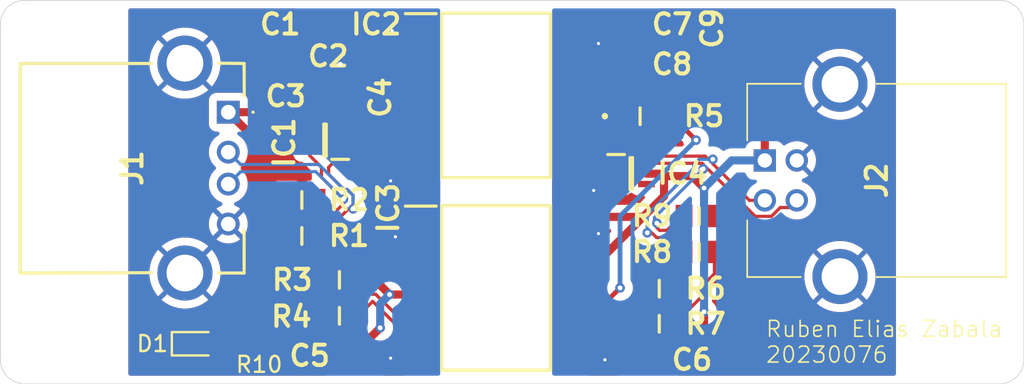
<source format=kicad_pcb>
(kicad_pcb (version 20241229) (generator "pcbnew") (generator_version "9.0")
  (layers (0 "F.Cu" signal) (2 "B.Cu" signal) (13 "F.Paste" user) (15 "B.Paste" user) (5 "F.SilkS" user "F.Silkscreen") (7 "B.SilkS" user "B.Silkscreen") (1 "F.Mask" user) (3 "B.Mask" user) (25 "Edge.Cuts" user))
  (net 0 "")
  (net 1 "VISO")
  (net 2 "GND_A")
  (net 3 "GND_B")
  (net 4 "+5V")
  (net 5 "Net-(IC3-PIN)")
  (net 6 "/USB_+_11")
  (net 7 "/USB_+_21")
  (net 8 "/USB_-_21")
  (net 9 "/USB_-_11")
  (net 10 "/USB_-_22")
  (net 11 "/USB_+_22")
  (net 12 "/USB_-_13")
  (net 13 "/USB_-_12")
  (net 14 "/USB_+_12")
  (net 15 "Net-(D1-Pad2)")
  (net 16 "/USB_+_13")
  (net 17 "/USB_+_23")
  (net 18 "/USB_-_23")
  (footprint "SamacSys_Parts:RESC2012X70N" (layer "F.Cu") (at 108.4 95.23 180)
    (property "Reference" "R9" (at 2.95 0 0) (layer "F.SilkS") (effects (font (size 1.27 1.27) (thickness 0.254))))
    (property "Value" "ERJ-6GEY0R00V" (hide yes))
    (fp_line (start 0 -0.525) (end 0 0.525) (stroke (width 0.2)) (layer "F.SilkS") (net 1465662019))
    (pad "1" smd rect (at -0.95 0 180) (size 1.05 1.4) (layers "F.Cu" "F.Mask" "F.Paste") (net 11 "/USB_+_22"))
    (pad "2" smd rect (at 0.95 0 180) (size 1.05 1.4) (layers "F.Cu" "F.Mask" "F.Paste") (net 7 "/USB_+_21"))
  )
  (footprint "SamacSys_Parts:CAPC2012X145N" (layer "F.Cu") (at 88.45 90.81 -90)
    (property "Reference" "C4" (at -3 0 90) (layer "F.SilkS") (effects (font (size 1.27 1.27) (thickness 0.254))))
    (property "Value" "GRM21BR71H104KA01L" (hide yes))
    (pad "1" smd rect (at -0.83 0 270) (size 0.97 1.47) (layers "F.Cu" "F.Mask" "F.Paste") (net 4 "+5V"))
    (pad "2" smd rect (at 0.83 0 270) (size 0.97 1.47) (layers "F.Cu" "F.Mask" "F.Paste") (net 2 "GND_A"))
  )
  (footprint "SamacSys_Parts:CAPC2012X145N" (layer "F.Cu") (at 105.2 104.23 180)
    (property "Reference" "C6" (at -2.75 0 0) (layer "F.SilkS") (effects (font (size 1.27 1.27) (thickness 0.254))))
    (property "Value" "GRM21BR71H104KA01L" (hide yes))
    (pad "1" smd rect (at -0.83 0 180) (size 0.97 1.47) (layers "F.Cu" "F.Mask" "F.Paste") (net 1 "VISO"))
    (pad "2" smd rect (at 0.83 0 180) (size 0.97 1.47) (layers "F.Cu" "F.Mask" "F.Paste") (net 3 "GND_B"))
  )
  (footprint "SamacSys_Parts:RESC2012X60N" (layer "F.Cu") (at 85.9 101.48)
    (property "Reference" "R4" (at -3 0.05 0) (layer "F.SilkS") (effects (font (size 1.27 1.27) (thickness 0.254))))
    (property "Value" "RT0805FRE0724RL" (hide yes))
    (fp_line (start 0 -0.525) (end 0 0.525) (stroke (width 0.2)) (layer "F.SilkS") (net 1465662019))
    (pad "1" smd rect (at -0.95 0) (size 0.95 1.4) (layers "F.Cu" "F.Mask" "F.Paste") (net 14 "/USB_+_12"))
    (pad "2" smd rect (at 0.95 0) (size 0.95 1.4) (layers "F.Cu" "F.Mask" "F.Paste") (net 16 "/USB_+_13"))
  )
  (footprint "SamacSys_Parts:RESC2012X60N" (layer "F.Cu") (at 105.9 101.98)
    (property "Reference" "R7" (at 2.9 0 0) (layer "F.SilkS") (effects (font (size 1.27 1.27) (thickness 0.254))))
    (property "Value" "RT0805FRE0724RL" (hide yes))
    (fp_line (start 0 -0.525) (end 0 0.525) (stroke (width 0.2)) (layer "F.SilkS") (net 1465662019))
    (pad "1" smd rect (at -0.95 0) (size 0.95 1.4) (layers "F.Cu" "F.Mask" "F.Paste") (net 17 "/USB_+_23"))
    (pad "2" smd rect (at 0.95 0) (size 0.95 1.4) (layers "F.Cu" "F.Mask" "F.Paste") (net 11 "/USB_+_22"))
  )
  (footprint "SamacSys_Parts:CAPC2012X145N" (layer "F.Cu") (at 85.37 87.73 180)
    (property "Reference" "C3" (at 2.83 0 0) (layer "F.SilkS") (effects (font (size 1.27 1.27) (thickness 0.254))))
    (property "Value" "GRM21BR71H104KA01L" (hide yes))
    (pad "1" smd rect (at -0.83 0 180) (size 0.97 1.47) (layers "F.Cu" "F.Mask" "F.Paste") (net 4 "+5V"))
    (pad "2" smd rect (at 0.83 0 180) (size 0.97 1.47) (layers "F.Cu" "F.Mask" "F.Paste") (net 2 "GND_A"))
  )
  (footprint "SamacSys_Parts:SOIC127P1032X265-16N" (layer "F.Cu") (at 95.7 87.68)
    (property "Reference" "IC2" (at -7.5 -4.45 0) (layer "F.SilkS") (effects (font (size 1.27 1.27) (thickness 0.254))))
    (property "Value" "ADUM5000ARWZ" (hide yes))
    (fp_line (start -5.675 -5.12) (end -3.75 -5.12) (stroke (width 0.2)) (layer "F.SilkS") (net 1465662019))
    (fp_line (start -3.4 -5.15) (end 3.4 -5.15) (stroke (width 0.2)) (layer "F.SilkS") (net 1465662019))
    (fp_line (start -3.4 5.15) (end -3.4 -5.15) (stroke (width 0.2)) (layer "F.SilkS") (net 1465662019))
    (fp_line (start 3.4 -5.15) (end 3.4 5.15) (stroke (width 0.2)) (layer "F.SilkS") (net 1465662019))
    (fp_line (start 3.4 5.15) (end -3.4 5.15) (stroke (width 0.2)) (layer "F.SilkS") (net 1465662019))
    (pad "1" smd rect (at -4.712 -4.445 90) (size 0.65 1.925) (layers "F.Cu" "F.Mask" "F.Paste") (net 4 "+5V"))
    (pad "2" smd rect (at -4.712 -3.175 90) (size 0.65 1.925) (layers "F.Cu" "F.Mask" "F.Paste") (net 2 "GND_A"))
    (pad "3" smd rect (at -4.712 -1.905 90) (size 0.65 1.925) (layers "F.Cu" "F.Mask" "F.Paste"))
    (pad "4" smd rect (at -4.712 -0.635 90) (size 0.65 1.925) (layers "F.Cu" "F.Mask" "F.Paste"))
    (pad "5" smd rect (at -4.712 0.635 90) (size 0.65 1.925) (layers "F.Cu" "F.Mask" "F.Paste"))
    (pad "6" smd rect (at -4.712 1.905 90) (size 0.65 1.925) (layers "F.Cu" "F.Mask" "F.Paste") (net 4 "+5V"))
    (pad "7" smd rect (at -4.712 3.175 90) (size 0.65 1.925) (layers "F.Cu" "F.Mask" "F.Paste") (net 4 "+5V"))
    (pad "8" smd rect (at -4.712 4.445 90) (size 0.65 1.925) (layers "F.Cu" "F.Mask" "F.Paste") (net 2 "GND_A"))
    (pad "9" smd rect (at 4.712 4.445 90) (size 0.65 1.925) (layers "F.Cu" "F.Mask" "F.Paste") (net 3 "GND_B"))
    (pad "10" smd rect (at 4.712 3.175 90) (size 0.65 1.925) (layers "F.Cu" "F.Mask" "F.Paste") (net 1 "VISO"))
    (pad "11" smd rect (at 4.712 1.905 90) (size 0.65 1.925) (layers "F.Cu" "F.Mask" "F.Paste") (net 1 "VISO"))
    (pad "12" smd rect (at 4.712 0.635 90) (size 0.65 1.925) (layers "F.Cu" "F.Mask" "F.Paste"))
    (pad "13" smd rect (at 4.712 -0.635 90) (size 0.65 1.925) (layers "F.Cu" "F.Mask" "F.Paste") (net 1 "VISO"))
    (pad "14" smd rect (at 4.712 -1.905 90) (size 0.65 1.925) (layers "F.Cu" "F.Mask" "F.Paste"))
    (pad "15" smd rect (at 4.712 -3.175 90) (size 0.65 1.925) (layers "F.Cu" "F.Mask" "F.Paste") (net 3 "GND_B"))
    (pad "16" smd rect (at 4.712 -4.445 90) (size 0.65 1.925) (layers "F.Cu" "F.Mask" "F.Paste") (net 1 "VISO"))
  )
  (footprint "PCM_JLCPCB:R_0603" (layer "F.Cu") (at 80.88 103.23 180)
    (property "Reference" "R10" (at 0 -1.3 0) (layer "F.SilkS"))
    (property "Value" "100Ω" (hide yes))
    (pad "1" smd roundrect (at -0.82 0 180) (size 0.8 0.95) (layers "F.Cu" "F.Mask" "F.Paste") (net 4 "+5V"))
    (pad "2" smd roundrect (at 0.82 0 180) (size 0.8 0.95) (layers "F.Cu" "F.Mask" "F.Paste") (net 15 "Net-(D1-Pad2)"))
  )
  (footprint "SamacSys_Parts:RESC2012X60N" (layer "F.Cu") (at 85.9 99.23)
    (property "Reference" "R3" (at -2.95 0 0) (layer "F.SilkS") (effects (font (size 1.27 1.27) (thickness 0.254))))
    (property "Value" "RT0805FRE0724RL" (hide yes))
    (fp_line (start 0 -0.525) (end 0 0.525) (stroke (width 0.2)) (layer "F.SilkS") (net 1465662019))
    (pad "1" smd rect (at -0.95 0) (size 0.95 1.4) (layers "F.Cu" "F.Mask" "F.Paste") (net 13 "/USB_-_12"))
    (pad "2" smd rect (at 0.95 0) (size 0.95 1.4) (layers "F.Cu" "F.Mask" "F.Paste") (net 12 "/USB_-_13"))
  )
  (footprint "SamacSys_Parts:RESC2012X60N" (layer "F.Cu") (at 105.9 99.78)
    (property "Reference" "R6" (at 2.9 0 0) (layer "F.SilkS") (effects (font (size 1.27 1.27) (thickness 0.254))))
    (property "Value" "RT0805FRE0724RL" (hide yes))
    (fp_line (start 0 -0.525) (end 0 0.525) (stroke (width 0.2)) (layer "F.SilkS") (net 1465662019))
    (pad "1" smd rect (at -0.95 0) (size 0.95 1.4) (layers "F.Cu" "F.Mask" "F.Paste") (net 18 "/USB_-_23"))
    (pad "2" smd rect (at 0.95 0) (size 0.95 1.4) (layers "F.Cu" "F.Mask" "F.Paste") (net 10 "/USB_-_22"))
  )
  (footprint "PCM_JLCPCB:D_0603" (layer "F.Cu") (at 76.91 103.23)
    (property "Reference" "D1" (at -2.71 0 0) (layer "F.SilkS"))
    (property "Value" "Green" (hide yes))
    (fp_line (start -1.49 -0.73) (end -1.49 0.73) (stroke (width 0.15)) (layer "F.SilkS") (net 1465662019))
    (fp_line (start -1.49 0.73) (end 0.8 0.73) (stroke (width 0.15)) (layer "F.SilkS") (net 1465662019))
    (fp_line (start 0.8 -0.73) (end -1.49 -0.73) (stroke (width 0.15)) (layer "F.SilkS") (net 1465662019))
    (pad "1" smd roundrect (at -0.79 0) (size 0.88 0.95) (layers "F.Cu" "F.Mask" "F.Paste") (net 2 "GND_A"))
    (pad "2" smd roundrect (at 0.79 0) (size 0.88 0.95) (layers "F.Cu" "F.Mask" "F.Paste") (net 15 "Net-(D1-Pad2)"))
  )
  (footprint "SamacSys_Parts:SOIC127P1032X265-16N" (layer "F.Cu") (at 95.7 99.73)
    (property "Reference" "IC3" (at -6.75 -5 90) (layer "F.SilkS") (effects (font (size 1.27 1.27) (thickness 0.254))))
    (property "Value" "ADUM3160BRWZ" (hide yes))
    (fp_line (start -5.675 -5.12) (end -3.75 -5.12) (stroke (width 0.2)) (layer "F.SilkS") (net 1465662019))
    (fp_line (start -3.4 -5.15) (end 3.4 -5.15) (stroke (width 0.2)) (layer "F.SilkS") (net 1465662019))
    (fp_line (start -3.4 5.15) (end -3.4 -5.15) (stroke (width 0.2)) (layer "F.SilkS") (net 1465662019))
    (fp_line (start 3.4 -5.15) (end 3.4 5.15) (stroke (width 0.2)) (layer "F.SilkS") (net 1465662019))
    (fp_line (start 3.4 5.15) (end -3.4 5.15) (stroke (width 0.2)) (layer "F.SilkS") (net 1465662019))
    (pad "1" smd rect (at -4.712 -4.445 90) (size 0.65 1.925) (layers "F.Cu" "F.Mask" "F.Paste") (net 4 "+5V"))
    (pad "2" smd rect (at -4.712 -3.175 90) (size 0.65 1.925) (layers "F.Cu" "F.Mask" "F.Paste") (net 2 "GND_A"))
    (pad "3" smd rect (at -4.712 -1.905 90) (size 0.65 1.925) (layers "F.Cu" "F.Mask" "F.Paste") (net 4 "+5V"))
    (pad "4" smd rect (at -4.712 -0.635 90) (size 0.65 1.925) (layers "F.Cu" "F.Mask" "F.Paste") (net 4 "+5V"))
    (pad "5" smd rect (at -4.712 0.635 90) (size 0.65 1.925) (layers "F.Cu" "F.Mask" "F.Paste") (net 4 "+5V"))
    (pad "6" smd rect (at -4.712 1.905 90) (size 0.65 1.925) (layers "F.Cu" "F.Mask" "F.Paste") (net 12 "/USB_-_13"))
    (pad "7" smd rect (at -4.712 3.175 90) (size 0.65 1.925) (layers "F.Cu" "F.Mask" "F.Paste") (net 16 "/USB_+_13"))
    (pad "8" smd rect (at -4.712 4.445 90) (size 0.65 1.925) (layers "F.Cu" "F.Mask" "F.Paste") (net 2 "GND_A"))
    (pad "9" smd rect (at 4.712 4.445 90) (size 0.65 1.925) (layers "F.Cu" "F.Mask" "F.Paste") (net 3 "GND_B"))
    (pad "10" smd rect (at 4.712 3.175 90) (size 0.65 1.925) (layers "F.Cu" "F.Mask" "F.Paste") (net 17 "/USB_+_23"))
    (pad "11" smd rect (at 4.712 1.905 90) (size 0.65 1.925) (layers "F.Cu" "F.Mask" "F.Paste") (net 18 "/USB_-_23"))
    (pad "12" smd rect (at 4.712 0.635 90) (size 0.65 1.925) (layers "F.Cu" "F.Mask" "F.Paste") (net 5 "Net-(IC3-PIN)"))
    (pad "13" smd rect (at 4.712 -0.635 90) (size 0.65 1.925) (layers "F.Cu" "F.Mask" "F.Paste") (net 1 "VISO"))
    (pad "14" smd rect (at 4.712 -1.905 90) (size 0.65 1.925) (layers "F.Cu" "F.Mask" "F.Paste") (net 1 "VISO"))
    (pad "15" smd rect (at 4.712 -3.175 90) (size 0.65 1.925) (layers "F.Cu" "F.Mask" "F.Paste") (net 3 "GND_B"))
    (pad "16" smd rect (at 4.712 -4.445 90) (size 0.65 1.925) (layers "F.Cu" "F.Mask" "F.Paste") (net 1 "VISO"))
  )
  (footprint "SamacSys_Parts:RESC2012X70N" (layer "F.Cu") (at 83.55 94.23 180)
    (property "Reference" "R2" (at -2.95 0 0) (layer "F.SilkS") (effects (font (size 1.27 1.27) (thickness 0.254))))
    (property "Value" "ERJ-6GEY0R00V" (hide yes))
    (fp_line (start 0 -0.525) (end 0 0.525) (stroke (width 0.2)) (layer "F.SilkS") (net 1465662019))
    (pad "1" smd rect (at -0.95 0 180) (size 1.05 1.4) (layers "F.Cu" "F.Mask" "F.Paste") (net 6 "/USB_+_11"))
    (pad "2" smd rect (at 0.95 0 180) (size 1.05 1.4) (layers "F.Cu" "F.Mask" "F.Paste") (net 14 "/USB_+_12"))
  )
  (footprint "SamacSys_Parts:SOT65P210X110-6N" (layer "F.Cu") (at 85 90.48 180)
    (property "Reference" "IC1" (at 2.55 -0.15 90) (layer "F.SilkS") (effects (font (size 1.27 1.27) (thickness 0.254))))
    (property "Value" "NUP2202W1T2G" (hide yes))
    (fp_line (start 0.075 1) (end -0.075 1) (stroke (width 0.2)) (layer "F.SilkS") (net 1465662019))
    (fp_line (start 0.075 -1) (end 0.075 1) (stroke (width 0.2)) (layer "F.SilkS") (net 1465662019))
    (fp_line (start -0.075 1) (end -0.075 -1) (stroke (width 0.2)) (layer "F.SilkS") (net 1465662019))
    (fp_line (start -0.075 -1) (end 0.075 -1) (stroke (width 0.2)) (layer "F.SilkS") (net 1465662019))
    (fp_line (start -1.475 -1.2) (end -0.425 -1.2) (stroke (width 0.2)) (layer "F.SilkS") (net 1465662019))
    (pad "1" smd rect (at -0.95 -0.65 270) (size 0.4 1.05) (layers "F.Cu" "F.Mask" "F.Paste") (net 9 "/USB_-_11"))
    (pad "2" smd rect (at -0.95 0 270) (size 0.4 1.05) (layers "F.Cu" "F.Mask" "F.Paste") (net 2 "GND_A"))
    (pad "3" smd rect (at -0.95 0.65 270) (size 0.4 1.05) (layers "F.Cu" "F.Mask" "F.Paste"))
    (pad "4" smd rect (at 0.95 0.65 270) (size 0.4 1.05) (layers "F.Cu" "F.Mask" "F.Paste"))
    (pad "5" smd rect (at 0.95 0 270) (size 0.4 1.05) (layers "F.Cu" "F.Mask" "F.Paste") (net 4 "+5V"))
    (pad "6" smd rect (at 0.95 -0.65 270) (size 0.4 1.05) (layers "F.Cu" "F.Mask" "F.Paste") (net 6 "/USB_+_11"))
  )
  (footprint "SamacSys_Parts:CAPC2012X145N" (layer "F.Cu") (at 104.03 85.73)
    (property "Reference" "C8" (at 2.67 0 0) (layer "F.SilkS") (effects (font (size 1.27 1.27) (thickness 0.254))))
    (property "Value" "GRM21BR61C106KE15L" (hide yes))
    (pad "1" smd rect (at -0.83 0) (size 0.97 1.47) (layers "F.Cu" "F.Mask" "F.Paste") (net 1 "VISO"))
    (pad "2" smd rect (at 0.83 0) (size 0.97 1.47) (layers "F.Cu" "F.Mask" "F.Paste") (net 3 "GND_B"))
  )
  (footprint "SamacSys_Parts:ERJ6ENF1000V" (layer "F.Cu") (at 104.7 88.98)
    (property "Reference" "R5" (at 4 0 0) (layer "F.SilkS") (effects (font (size 1.27 1.27) (thickness 0.254))))
    (property "Value" "ERJ-6ENF1002V" (hide yes))
    (fp_line (start -2.2 -0.1) (end -2.2 -0.1) (stroke (width 0.2)) (layer "F.SilkS") (net 1465662019))
    (fp_line (start -2.2 0.1) (end -2.2 0.1) (stroke (width 0.2)) (layer "F.SilkS") (net 1465662019))
    (fp_line (start 0 -0.525) (end 0 0.525) (stroke (width 0.2)) (layer "F.SilkS") (net 1465662019))
    (fp_arc (start -2.2 -0.1) (mid -2.1 0) (end -2.2 0.1) (stroke (width 0.2)) (layer "F.SilkS") (net 1465662019))
    (fp_arc (start -2.2 0.1) (mid -2.3 0) (end -2.2 -0.1) (stroke (width 0.2)) (layer "F.SilkS") (net 1465662019))
    (pad "1" smd rect (at -1.175 0) (size 1.15 1.15) (layers "F.Cu" "F.Mask" "F.Paste") (net 1 "VISO"))
    (pad "2" smd rect (at 1.175 0) (size 1.15 1.15) (layers "F.Cu" "F.Mask" "F.Paste") (net 5 "Net-(IC3-PIN)"))
  )
  (footprint "SamacSys_Parts:CAPC2012X145N" (layer "F.Cu") (at 88.03 85.23 180)
    (property "Reference" "C2" (at 2.83 0 180) (layer "F.SilkS") (effects (font (size 1.27 1.27) (thickness 0.254))))
    (property "Value" "GRM21BR71H104KA01L" (hide yes))
    (pad "1" smd rect (at -0.83 0 180) (size 0.97 1.47) (layers "F.Cu" "F.Mask" "F.Paste") (net 4 "+5V"))
    (pad "2" smd rect (at 0.83 0 180) (size 0.97 1.47) (layers "F.Cu" "F.Mask" "F.Paste") (net 2 "GND_A"))
  )
  (footprint "SamacSys_Parts:CAPC2012X145N" (layer "F.Cu") (at 104.03 83.23)
    (property "Reference" "C7" (at 2.67 0 0) (layer "F.SilkS") (effects (font (size 1.27 1.27) (thickness 0.254))))
    (property "Value" "GRM21BR71H104KA01L" (hide yes))
    (pad "1" smd rect (at -0.83 0) (size 0.97 1.47) (layers "F.Cu" "F.Mask" "F.Paste") (net 1 "VISO"))
    (pad "2" smd rect (at 0.83 0) (size 0.97 1.47) (layers "F.Cu" "F.Mask" "F.Paste") (net 3 "GND_B"))
  )
  (footprint "SamacSys_Parts:SOT65P210X110-6N" (layer "F.Cu") (at 104.15 92.58)
    (property "Reference" "IC4" (at 3.2 0 0) (layer "F.SilkS") (effects (font (size 1.27 1.27) (thickness 0.254))))
    (property "Value" "NUP2202W1T2G" (hide yes))
    (fp_line (start -1.475 -1.2) (end -0.425 -1.2) (stroke (width 0.2)) (layer "F.SilkS") (net 1465662019))
    (fp_line (start -0.075 -1) (end 0.075 -1) (stroke (width 0.2)) (layer "F.SilkS") (net 1465662019))
    (fp_line (start -0.075 1) (end -0.075 -1) (stroke (width 0.2)) (layer "F.SilkS") (net 1465662019))
    (fp_line (start 0.075 -1) (end 0.075 1) (stroke (width 0.2)) (layer "F.SilkS") (net 1465662019))
    (fp_line (start 0.075 1) (end -0.075 1) (stroke (width 0.2)) (layer "F.SilkS") (net 1465662019))
    (pad "1" smd rect (at -0.95 -0.65 90) (size 0.4 1.05) (layers "F.Cu" "F.Mask" "F.Paste") (net 8 "/USB_-_21"))
    (pad "2" smd rect (at -0.95 0 90) (size 0.4 1.05) (layers "F.Cu" "F.Mask" "F.Paste") (net 3 "GND_B"))
    (pad "3" smd rect (at -0.95 0.65 90) (size 0.4 1.05) (layers "F.Cu" "F.Mask" "F.Paste"))
    (pad "4" smd rect (at 0.95 0.65 90) (size 0.4 1.05) (layers "F.Cu" "F.Mask" "F.Paste"))
    (pad "5" smd rect (at 0.95 0 90) (size 0.4 1.05) (layers "F.Cu" "F.Mask" "F.Paste") (net 1 "VISO"))
    (pad "6" smd rect (at 0.95 -0.65 90) (size 0.4 1.05) (layers "F.Cu" "F.Mask" "F.Paste") (net 7 "/USB_+_21"))
  )
  (footprint "SamacSys_Parts:CAPC2012X145N" (layer "F.Cu") (at 86.87 103.98 180)
    (property "Reference" "C5" (at 2.83 0 0) (layer "F.SilkS") (effects (font (size 1.27 1.27) (thickness 0.254))))
    (property "Value" "GRM21BR71H104KA01L" (hide yes))
    (pad "1" smd rect (at -0.83 0 180) (size 0.97 1.47) (layers "F.Cu" "F.Mask" "F.Paste") (net 4 "+5V"))
    (pad "2" smd rect (at 0.83 0 180) (size 0.97 1.47) (layers "F.Cu" "F.Mask" "F.Paste") (net 2 "GND_A"))
  )
  (footprint "SamacSys_Parts:USBBSFBTHR" (layer "F.Cu") (at 112.5 91.75 90)
    (property "Reference" "J2" (at -1.25 7 90) (layer "F.SilkS") (effects (font (size 1.27 1.27) (thickness 0.254))))
    (property "Value" "USB-B-S-F-B-TH-R" (hide yes))
    (fp_line (start 4.8 -1.1) (end 4.8 -1.1) (stroke (width 0.1)) (layer "F.SilkS") (net 1465662019))
    (fp_line (start 4.8 -1.1) (end 4.8 -1.1) (stroke (width 0.1)) (layer "F.SilkS") (net 1465662019))
    (fp_line (start 4.8 -1.1) (end 1.25 -1.1) (stroke (width 0.1)) (layer "F.SilkS") (net 1465662019))
    (fp_line (start 4.8 -1.1) (end 4.8 2.25) (stroke (width 0.1)) (layer "F.SilkS") (net 1465662019))
    (fp_line (start 1.25 -1.1) (end 4.8 -1.1) (stroke (width 0.1)) (layer "F.SilkS") (net 1465662019))
    (fp_line (start 1.25 -1.1) (end 1.25 -1.1) (stroke (width 0.1)) (layer "F.SilkS") (net 1465662019))
    (fp_line (start -3.75 -1.1) (end -3.75 -1.1) (stroke (width 0.1)) (layer "F.SilkS") (net 1465662019))
    (fp_line (start -3.75 -1.1) (end -7.3 -1.1) (stroke (width 0.1)) (layer "F.SilkS") (net 1465662019))
    (fp_line (start -7.3 -1.1) (end -3.75 -1.1) (stroke (width 0.1)) (layer "F.SilkS") (net 1465662019))
    (fp_line (start -7.3 -1.1) (end -7.3 -1.1) (stroke (width 0.1)) (layer "F.SilkS") (net 1465662019))
    (fp_line (start -7.3 -1.1) (end -7.3 -1.1) (stroke (width 0.1)) (layer "F.SilkS") (net 1465662019))
    (fp_line (start -7.3 -1.1) (end -7.3 2.25) (stroke (width 0.1)) (layer "F.SilkS") (net 1465662019))
    (fp_line (start 4.8 2.25) (end 4.8 -1.1) (stroke (width 0.1)) (layer "F.SilkS") (net 1465662019))
    (fp_line (start 4.8 2.25) (end 4.8 2.25) (stroke (width 0.1)) (layer "F.SilkS") (net 1465662019))
    (fp_line (start -7.3 2.25) (end -7.3 -1.1) (stroke (width 0.1)) (layer "F.SilkS") (net 1465662019))
    (fp_line (start -7.3 2.25) (end -7.3 2.25) (stroke (width 0.1)) (layer "F.SilkS") (net 1465662019))
    (fp_line (start 4.8 7) (end 4.8 7) (stroke (width 0.1)) (layer "F.SilkS") (net 1465662019))
    (fp_line (start 4.8 7) (end 4.8 15.1) (stroke (width 0.1)) (layer "F.SilkS") (net 1465662019))
    (fp_line (start -7.3 7) (end -7.3 7) (stroke (width 0.1)) (layer "F.SilkS") (net 1465662019))
    (fp_line (start -7.3 7) (end -7.3 15.1) (stroke (width 0.1)) (layer "F.SilkS") (net 1465662019))
    (fp_line (start 4.8 15.1) (end 4.8 7) (stroke (width 0.1)) (layer "F.SilkS") (net 1465662019))
    (fp_line (start 4.8 15.1) (end 4.8 15.1) (stroke (width 0.1)) (layer "F.SilkS") (net 1465662019))
    (fp_line (start 4.8 15.1) (end 4.8 15.1) (stroke (width 0.1)) (layer "F.SilkS") (net 1465662019))
    (fp_line (start 4.8 15.1) (end -7.3 15.1) (stroke (width 0.1)) (layer "F.SilkS") (net 1465662019))
    (fp_line (start -7.3 15.1) (end -7.3 7) (stroke (width 0.1)) (layer "F.SilkS") (net 1465662019))
    (fp_line (start -7.3 15.1) (end 4.8 15.1) (stroke (width 0.1)) (layer "F.SilkS") (net 1465662019))
    (fp_line (start -7.3 15.1) (end -7.3 15.1) (stroke (width 0.1)) (layer "F.SilkS") (net 1465662019))
    (fp_line (start -7.3 15.1) (end -7.3 15.1) (stroke (width 0.1)) (layer "F.SilkS") (net 1465662019))
    (pad "1" thru_hole rect (at 0 0 90) (size 1.4 1.4) (drill 0.9) (layers "*.Cu" "*.Mask") (net 1 "VISO"))
    (pad "2" thru_hole circle (at -2.5 0 90) (size 1.4 1.4) (drill 0.9) (layers "*.Cu" "*.Mask") (net 8 "/USB_-_21"))
    (pad "3" thru_hole circle (at -2.5 2 90) (size 1.4 1.4) (drill 0.9) (layers "*.Cu" "*.Mask") (net 7 "/USB_+_21"))
    (pad "4" thru_hole circle (at 0 2 90) (size 1.4 1.4) (drill 0.9) (layers "*.Cu" "*.Mask") (net 3 "GND_B"))
    (pad "MH1" thru_hole circle (at 4.77 4.7 90) (size 3.45 3.45) (drill 2.3) (layers "*.Cu" "*.Mask") (net 3 "GND_B"))
    (pad "MH2" thru_hole circle (at -7.27 4.7 90) (size 3.45 3.45) (drill 2.3) (layers "*.Cu" "*.Mask") (net 3 "GND_B"))
  )
  (footprint "SamacSys_Parts:CAPC2012X145N" (layer "F.Cu") (at 85.03 83.23 180)
    (property "Reference" "C1" (at 2.83 0 180) (layer "F.SilkS") (effects (font (size 1.27 1.27) (thickness 0.254))))
    (property "Value" "GRM21BR61C106KE15L" (hide yes))
    (pad "1" smd rect (at -0.83 0 180) (size 0.97 1.47) (layers "F.Cu" "F.Mask" "F.Paste") (net 4 "+5V"))
    (pad "2" smd rect (at 0.83 0 180) (size 0.97 1.47) (layers "F.Cu" "F.Mask" "F.Paste") (net 2 "GND_A"))
  )
  (footprint "SamacSys_Parts:875200010BLF" (layer "F.Cu") (at 78.95 88.73 -90)
    (property "Reference" "J1" (at 3.5 6.005 90) (layer "F.SilkS") (effects (font (size 1.27 1.27) (thickness 0.254))))
    (property "Value" "87520-0010BLF" (hide yes))
    (fp_line (start -3.05 13.01) (end -3.05 4.8) (stroke (width 0.2)) (layer "F.SilkS") (net 1465662019))
    (fp_line (start 10.07 13.01) (end -3.05 13.01) (stroke (width 0.2)) (layer "F.SilkS") (net 1465662019))
    (fp_line (start 10.05 4.8) (end 10.07 13.01) (stroke (width 0.2)) (layer "F.SilkS") (net 1465662019))
    (fp_line (start -3.07 0.6) (end -3.05 -0.99) (stroke (width 0.2)) (layer "F.SilkS") (net 1465662019))
    (fp_line (start -3.05 -0.99) (end -1 -1) (stroke (width 0.2)) (layer "F.SilkS") (net 1465662019))
    (fp_line (start 7.4 -0.99) (end 10.07 -0.99) (stroke (width 0.2)) (layer "F.SilkS") (net 1465662019))
    (fp_line (start 10.07 -0.99) (end 10.07 0.6) (stroke (width 0.2)) (layer "F.SilkS") (net 1465662019))
    (fp_line (start 0 -1.5) (end 0 -1.5) (stroke (width 0.1)) (layer "F.SilkS") (net 1465662019))
    (fp_line (start 0 -1.6) (end 0 -1.6) (stroke (width 0.1)) (layer "F.SilkS") (net 1465662019))
    (fp_arc (start 0 -1.5) (mid -0.05 -1.55) (end 0 -1.6) (stroke (width 0.1)) (layer "F.SilkS") (net 1465662019))
    (fp_arc (start 0 -1.6) (mid 0.05 -1.55) (end 0 -1.5) (stroke (width 0.1)) (layer "F.SilkS") (net 1465662019))
    (pad "1" thru_hole rect (at 0 0 270) (size 1.431 1.431) (drill 0.92) (layers "*.Cu" "*.Mask") (net 4 "+5V"))
    (pad "2" thru_hole circle (at 2.5 0 270) (size 1.431 1.431) (drill 0.92) (layers "*.Cu" "*.Mask") (net 9 "/USB_-_11"))
    (pad "3" thru_hole circle (at 4.5 0 270) (size 1.431 1.431) (drill 0.92) (layers "*.Cu" "*.Mask") (net 6 "/USB_+_11"))
    (pad "4" thru_hole circle (at 7 0 270) (size 1.431 1.431) (drill 0.92) (layers "*.Cu" "*.Mask") (net 2 "GND_A"))
    (pad "MH1" thru_hole circle (at -3.07 2.71 270) (size 3.45 3.45) (drill 2.3) (layers "*.Cu" "*.Mask") (net 2 "GND_A"))
    (pad "MH2" thru_hole circle (at 10.07 2.71 270) (size 3.45 3.45) (drill 2.3) (layers "*.Cu" "*.Mask") (net 2 "GND_A"))
  )
  (footprint "SamacSys_Parts:CAPC2012X145N" (layer "F.Cu") (at 109.2 86.15 90)
    (property "Reference" "C9" (at 2.67 0 90) (layer "F.SilkS") (effects (font (size 1.27 1.27) (thickness 0.254))))
    (property "Value" "GRM21BR71H104KA01L" (hide yes))
    (pad "1" smd rect (at -0.83 0 90) (size 0.97 1.47) (layers "F.Cu" "F.Mask" "F.Paste") (net 1 "VISO"))
    (pad "2" smd rect (at 0.83 0 90) (size 0.97 1.47) (layers "F.Cu" "F.Mask" "F.Paste") (net 3 "GND_B"))
  )
  (footprint "SamacSys_Parts:RESC2012X70N" (layer "F.Cu") (at 83.55 96.48 180)
    (property "Reference" "R1" (at -2.95 0 0) (layer "F.SilkS") (effects (font (size 1.27 1.27) (thickness 0.254))))
    (property "Value" "ERJ-6GEY0R00V" (hide yes))
    (fp_line (start 0 -0.525) (end 0 0.525) (stroke (width 0.2)) (layer "F.SilkS") (net 1465662019))
    (pad "1" smd rect (at -0.95 0 180) (size 1.05 1.4) (layers "F.Cu" "F.Mask" "F.Paste") (net 9 "/USB_-_11"))
    (pad "2" smd rect (at 0.95 0 180) (size 1.05 1.4) (layers "F.Cu" "F.Mask" "F.Paste") (net 13 "/USB_-_12"))
  )
  (footprint "SamacSys_Parts:RESC2012X70N" (layer "F.Cu") (at 108.4 97.48 180)
    (property "Reference" "R8" (at 2.95 0 0) (layer "F.SilkS") (effects (font (size 1.27 1.27) (thickness 0.254))))
    (property "Value" "ERJ-6GEY0R00V" (hide yes))
    (fp_line (start 0 -0.525) (end 0 0.525) (stroke (width 0.2)) (layer "F.SilkS") (net 1465662019))
    (pad "1" smd rect (at -0.95 0 180) (size 1.05 1.4) (layers "F.Cu" "F.Mask" "F.Paste") (net 10 "/USB_-_22"))
    (pad "2" smd rect (at 0.95 0 180) (size 1.05 1.4) (layers "F.Cu" "F.Mask" "F.Paste") (net 8 "/USB_-_21"))
  )
  (gr_line (start 64.7 104.23) (end 64.7 83.23) (stroke (width 0.05)) (layer "Edge.Cuts"))
  (gr_line (start 127.2 105.73) (end 66.2 105.73) (stroke (width 0.05)) (layer "Edge.Cuts"))
  (gr_arc (start 128.7 104.23) (mid 128.26066 105.29066) (end 127.2 105.73) (stroke (width 0.05)) (layer "Edge.Cuts"))
  (gr_arc (start 64.7 83.23) (mid 65.13934 82.16934) (end 66.2 81.73) (stroke (width 0.05)) (layer "Edge.Cuts"))
  (gr_arc (start 66.2 105.73) (mid 65.13934 105.29066) (end 64.7 104.23) (stroke (width 0.05)) (layer "Edge.Cuts"))
  (gr_arc (start 127.2 81.73) (mid 128.26066 82.16934) (end 128.7 83.23) (stroke (width 0.05)) (layer "Edge.Cuts"))
  (gr_line (start 66.2 81.73) (end 127.2 81.73) (stroke (width 0.05)) (layer "Edge.Cuts"))
  (gr_line (start 128.7 83.23) (end 128.7 104.23) (stroke (width 0.05)) (layer "Edge.Cuts"))
  (gr_text "Ruben Elias Zabala \n20230076" (at 112.5 104.5 0) (layer "F.SilkS") (effects (font (size 1 1) (thickness 0.1)) (justify left bottom)))
  (segment (start 100.412 97.825) (end 102.355 97.825) (width 0.508) (layer "F.Cu") (net 1))
  (segment (start 100.412 90.855) (end 100.412 89.585) (width 0.508) (layer "F.Cu") (net 1))
  (segment (start 100.412 99.095) (end 100.412 97.825) (width 0.508) (layer "F.Cu") (net 1))
  (segment (start 100.412 89.585) (end 102.92 89.585) (width 0.508) (layer "F.Cu") (net 1))
  (segment (start 106.05 92.58) (end 105.1 92.58) (width 0.508) (layer "F.Cu") (net 1))
  (segment (start 112.5 91.75) (end 112.5 90.28) (width 0.508) (layer "F.Cu") (net 1))
  (segment (start 112.5 90.28) (end 109.2 86.98) (width 0.508) (layer "F.Cu") (net 1))
  (segment (start 106.2 92.73) (end 106.05 92.58) (width 0.508) (layer "F.Cu") (net 1))
  (segment (start 106.2 92.73) (end 107.95 92.73) (width 0.508) (layer "F.Cu") (net 1))
  (segment (start 105.025 87.48) (end 103.525 88.98) (width 0.508) (layer "F.Cu") (net 1))
  (segment (start 106.815 104.23) (end 108.7 102.345) (width 0.508) (layer "F.Cu") (net 1))
  (segment (start 106.03 104.23) (end 106.815 104.23) (width 0.508) (layer "F.Cu") (net 1))
  (segment (start 100.417 83.23) (end 100.412 83.235) (width 0.508) (layer "F.Cu") (net 1))
  (segment (start 109.2 86.98) (end 108.7 87.48) (width 0.508) (layer "F.Cu") (net 1))
  (segment (start 102.355 97.825) (end 105.075 95.105) (width 0.508) (layer "F.Cu") (net 1))
  (segment (start 105.075 95.105) (end 106.2 93.98) (width 0.508) (layer "F.Cu") (net 1))
  (segment (start 104.895 95.285) (end 105.075 95.105) (width 0.508) (layer "F.Cu") (net 1))
  (segment (start 106.2 93.98) (end 106.2 92.73) (width 0.508) (layer "F.Cu") (net 1))
  (segment (start 100.412 95.285) (end 104.895 95.285) (width 0.508) (layer "F.Cu") (net 1))
  (segment (start 103.2 83.23) (end 100.417 83.23) (width 0.508) (layer "F.Cu") (net 1))
  (segment (start 107.95 92.73) (end 108.7 93.48) (width 0.508) (layer "F.Cu") (net 1))
  (segment (start 103.2 85.73) (end 103.2 83.23) (width 0.508) (layer "F.Cu") (net 1))
  (segment (start 101.885 87.045) (end 103.2 85.73) (width 0.508) (layer "F.Cu") (net 1))
  (segment (start 103.525 86.055) (end 103.2 85.73) (width 0.508) (layer "F.Cu") (net 1))
  (segment (start 102.92 89.585) (end 103.525 88.98) (width 0.508) (layer "F.Cu") (net 1))
  (segment (start 108.7 102.345) (end 108.7 101.23) (width 0.508) (layer "F.Cu") (net 1))
  (segment (start 100.412 87.045) (end 101.885 87.045) (width 0.508) (layer "F.Cu") (net 1))
  (segment (start 103.525 88.98) (end 103.525 86.055) (width 0.508) (layer "F.Cu") (net 1))
  (segment (start 108.7 87.48) (end 105.025 87.48) (width 0.508) (layer "F.Cu") (net 1))
  (via (at 108.7 101.23) (size 0.6) (drill 0.3) (layers "F.Cu" "B.Cu") (net 1))
  (via (at 108.7 93.48) (size 0.6) (drill 0.3) (layers "F.Cu" "B.Cu") (net 1))
  (segment (start 110.43 91.75) (end 112.5 91.75) (width 0.508) (layer "B.Cu") (net 1))
  (segment (start 108.7 101.23) (end 108.7 93.48) (width 0.508) (layer "B.Cu") (net 1))
  (segment (start 108.7 93.48) (end 110.43 91.75) (width 0.508) (layer "B.Cu") (net 1))
  (segment (start 86.45 85.23) (end 85.95 85.73) (width 0.3) (layer "F.Cu") (net 2))
  (segment (start 85.95 90.48) (end 85.173 90.48) (width 0.3) (layer "F.Cu") (net 2))
  (segment (start 90.988 84.505) (end 90.075 84.505) (width 0.3) (layer "F.Cu") (net 2))
  (segment (start 87.2 85.23) (end 86.45 85.23) (width 0.3) (layer "F.Cu") (net 2))
  (segment (start 85.9 85.73) (end 84.54 87.09) (width 0.3) (layer "F.Cu") (net 2))
  (segment (start 84.54 87.09) (end 84.54 87.73) (width 0.3) (layer "F.Cu") (net 2))
  (segment (start 84.926 90.233) (end 84.926 88.116) (width 0.3) (layer "F.Cu") (net 2))
  (segment (start 90.075 84.505) (end 89.2 83.63) (width 0.3) (layer "F.Cu") (net 2))
  (segment (start 85.173 90.48) (end 84.926 90.233) (width 0.3) (layer "F.Cu") (net 2))
  (segment (start 85.95 85.73) (end 85.9 85.73) (width 0.3) (layer "F.Cu") (net 2))
  (segment (start 84.926 88.116) (end 84.54 87.73) (width 0.3) (layer "F.Cu") (net 2))
  (via (at 89.1 104.13) (size 0.4) (drill 0.2) (layers "F.Cu" "B.Cu") (net 2))
  (via (at 89.1 93.03) (size 0.4) (drill 0.2) (layers "F.Cu" "B.Cu") (net 2))
  (via (at 85.95 85.73) (size 0.6) (drill 0.3) (layers "F.Cu" "B.Cu") (net 2))
  (via (at 89.4 96.53) (size 0.4) (drill 0.2) (layers "F.Cu" "B.Cu") (net 2))
  (via (at 89.2 83.63) (size 0.4) (drill 0.2) (layers "F.Cu" "B.Cu") (net 2))
  (segment (start 102.15 92.58) (end 102.1 92.63) (width 0.3) (layer "F.Cu") (net 3))
  (segment (start 103.2 92.58) (end 102.15 92.58) (width 0.3) (layer "F.Cu") (net 3))
  (via (at 102.1 96.33) (size 0.4) (drill 0.2) (layers "F.Cu" "B.Cu") (net 3))
  (via (at 102.5 104.23) (size 0.4) (drill 0.2) (layers "F.Cu" "B.Cu") (net 3))
  (via (at 102.1 84.43) (size 0.4) (drill 0.2) (layers "F.Cu" "B.Cu") (net 3))
  (via (at 101.8 93.63) (size 0.4) (drill 0.2) (layers "F.Cu" "B.Cu") (net 3))
  (segment (start 90.988 95.285) (end 89.755 95.285) (width 0.508) (layer "F.Cu") (net 4))
  (segment (start 87.7 103.73) (end 86.7 102.73) (width 0.508) (layer "F.Cu") (net 4))
  (segment (start 86.7 102.73) (end 82.2 102.73) (width 0.508) (layer "F.Cu") (net 4))
  (segment (start 90.988 90.855) (end 90.988 89.585) (width 0.508) (layer "F.Cu") (net 4))
  (segment (start 80.7 90.48) (end 78.95 88.73) (width 0.508) (layer "F.Cu") (net 4))
  (segment (start 81.395 88.73) (end 85.86 84.265) (width 0.508) (layer "F.Cu") (net 4))
  (segment (start 82.2 102.73) (end 81.7 103.23) (width 0.508) (layer "F.Cu") (net 4))
  (segment (start 89.033364 100.146636) (end 88.45 99.563272) (width 0.508) (layer "F.Cu") (net 4))
  (segment (start 89.6 82.73) (end 88.5 82.73) (width 0.508) (layer "F.Cu") (net 4))
  (segment (start 87.11 83.23) (end 86.7 83.23) (width 0.508) (layer "F.Cu") (net 4))
  (segment (start 86.985 87.73) (end 88.86 85.855) (width 0.508) (layer "F.Cu") (net 4))
  (segment (start 86.705 83.235) (end 86.7 83.23) (width 0.508) (layer "F.Cu") (net 4))
  (segment (start 90.593 89.98) (end 90.988 89.585) (width 0.508) (layer "F.Cu") (net 4))
  (segment (start 88.45 99.563272) (end 88.45 93.98) (width 0.508) (layer "F.Cu") (net 4))
  (segment (start 88.5 82.73) (end 88 83.23) (width 0.508) (layer "F.Cu") (net 4))
  (segment (start 90.105 83.235) (end 89.6 82.73) (width 0.508) (layer "F.Cu") (net 4))
  (segment (start 89.033364 100.146636) (end 90.769636 100.146636) (width 0.508) (layer "F.Cu") (net 4))
  (segment (start 85.86 84.265) (end 85.86 83.23) (width 0.508) (layer "F.Cu") (net 4))
  (segment (start 88.45 93.98) (end 87.2 92.73) (width 0.508) (layer "F.Cu") (net 4))
  (segment (start 87.2 92.73) (end 87.2 90.98) (width 0.508) (layer "F.Cu") (net 4))
  (segment (start 90.988 83.235) (end 90.105 83.235) (width 0.508) (layer "F.Cu") (net 4))
  (segment (start 87.7 103.98) (end 87.7 103.73) (width 0.508) (layer "F.Cu") (net 4))
  (segment (start 88.2 89.98) (end 88.45 89.98) (width 0.508) (layer "F.Cu") (net 4))
  (segment (start 88.86 84.98) (end 87.11 83.23) (width 0.508) (layer "F.Cu") (net 4))
  (segment (start 88.45 89.98) (end 86.2 87.73) (width 0.508) (layer "F.Cu") (net 4))
  (segment (start 87.7 103.98) (end 87.7 102.98) (width 0.508) (layer "F.Cu") (net 4))
  (segment (start 87.7 102.98) (end 88.45 102.23) (width 0.508) (layer "F.Cu") (net 4))
  (segment (start 90.769636 100.146636) (end 90.988 100.365) (width 0.508) (layer "F.Cu") (net 4))
  (segment (start 88.45 89.98) (end 90.593 89.98) (width 0.508) (layer "F.Cu") (net 4))
  (segment (start 84.05 90.48) (end 80.7 90.48) (width 0.508) (layer "F.Cu") (net 4))
  (segment (start 90.988 100.365) (end 90.988 99.095) (width 0.508) (layer "F.Cu") (net 4))
  (segment (start 89.755 95.285) (end 88.45 93.98) (width 0.508) (layer "F.Cu") (net 4))
  (segment (start 86.7 83.23) (end 85.86 83.23) (width 0.508) (layer "F.Cu") (net 4))
  (segment (start 78.95 88.73) (end 81.395 88.73) (width 0.508) (layer "F.Cu") (net 4))
  (segment (start 86.2 87.73) (end 86.985 87.73) (width 0.508) (layer "F.Cu") (net 4))
  (segment (start 90.988 99.095) (end 90.988 97.825) (width 0.508) (layer "F.Cu") (net 4))
  (segment (start 88.86 85.23) (end 88.86 84.98) (width 0.508) (layer "F.Cu") (net 4))
  (segment (start 88.86 85.855) (end 88.86 85.23) (width 0.508) (layer "F.Cu") (net 4))
  (segment (start 88 83.23) (end 87.11 83.23) (width 0.508) (layer "F.Cu") (net 4))
  (segment (start 87.2 90.98) (end 88.2 89.98) (width 0.508) (layer "F.Cu") (net 4))
  (via (at 89.033364 100.146636) (size 0.6) (drill 0.3) (layers "F.Cu" "B.Cu") (net 4))
  (via (at 88.45 102.23) (size 0.6) (drill 0.3) (layers "F.Cu" "B.Cu") (net 4))
  (segment (start 88.45 100.73) (end 89.033364 100.146636) (width 0.508) (layer "B.Cu") (net 4))
  (segment (start 88.45 102.23) (end 88.45 100.73) (width 0.508) (layer "B.Cu") (net 4))
  (segment (start 103.45 99.73) (end 102.815 100.365) (width 0.3) (layer "F.Cu") (net 5))
  (segment (start 106.7 88.98) (end 108.2 90.48) (width 0.3) (layer "F.Cu") (net 5))
  (segment (start 102.815 100.365) (end 100.412 100.365) (width 0.3) (layer "F.Cu") (net 5))
  (segment (start 105.875 88.98) (end 106.7 88.98) (width 0.3) (layer "F.Cu") (net 5))
  (via (at 108.2 90.48) (size 0.6) (drill 0.3) (layers "F.Cu" "B.Cu") (net 5))
  (via (at 103.45 99.73) (size 0.6) (drill 0.3) (layers "F.Cu" "B.Cu") (net 5))
  (segment (start 103.45 95.23) (end 103.45 99.73) (width 0.3) (layer "B.Cu") (net 5))
  (segment (start 108.2 90.48) (end 103.45 95.23) (width 0.3) (layer "B.Cu") (net 5))
  (segment (start 86.149479 94.462322) (end 86.149479 94.179479) (width 0.2) (layer "F.Cu") (net 6))
  (segment (start 85.399999 95.129999) (end 85.481802 95.129999) (width 0.2) (layer "F.Cu") (net 6))
  (segment (start 84.5 94.23) (end 85.399999 95.129999) (width 0.2) (layer "F.Cu") (net 6))
  (segment (start 84.05 91.455) (end 84.05 91.13) (width 0.2) (layer "F.Cu") (net 6))
  (segment (start 84.775 92.18) (end 84.05 91.455) (width 0.2) (layer "F.Cu") (net 6))
  (segment (start 84.775 92.805) (end 84.775 92.18) (width 0.2) (layer "F.Cu") (net 6))
  (segment (start 86.149479 94.179479) (end 84.775 92.805) (width 0.2) (layer "F.Cu") (net 6))
  (segment (start 85.481802 95.129999) (end 86.149479 94.462322) (width 0.2) (layer "F.Cu") (net 6))
  (via (at 86.149479 94.179479) (size 0.6) (drill 0.3) (layers "F.Cu" "B.Cu") (net 6))
  (segment (start 84.425001 92.455001) (end 79.724999 92.455001) (width 0.2) (layer "B.Cu") (net 6))
  (segment (start 86.149479 94.179479) (end 84.425001 92.455001) (width 0.2) (layer "B.Cu") (net 6))
  (segment (start 79.724999 92.455001) (end 78.95 93.23) (width 0.2) (layer "B.Cu") (net 6))
  (segment (start 111.902801 95.251) (end 112.914628 95.251) (width 0.2) (layer "F.Cu") (net 7))
  (segment (start 108.649479 91.997678) (end 108.649479 92.280521) (width 0.2) (layer "F.Cu") (net 7))
  (segment (start 108.932322 92.280521) (end 111.902801 95.251) (width 0.2) (layer "F.Cu") (net 7))
  (segment (start 112.914628 95.251) (end 113.465628 94.7) (width 0.2) (layer "F.Cu") (net 7))
  (segment (start 107.275 95.23) (end 106.375 96.13) (width 0.2) (layer "F.Cu") (net 7))
  (segment (start 106.375 96.13) (end 105.918199 96.13) (width 0.2) (layer "F.Cu") (net 7))
  (segment (start 105.918199 96.13) (end 105.750521 95.962322) (width 0.2) (layer "F.Cu") (net 7))
  (segment (start 113.465628 94.7) (end 114.05 94.7) (width 0.2) (layer "F.Cu") (net 7))
  (segment (start 105.1 91.93) (end 108.581801 91.93) (width 0.2) (layer "F.Cu") (net 7))
  (segment (start 108.581801 91.93) (end 108.649479 91.997678) (width 0.2) (layer "F.Cu") (net 7))
  (segment (start 105.750521 95.962322) (end 105.750521 95.679479) (width 0.2) (layer "F.Cu") (net 7))
  (segment (start 108.649479 92.280521) (end 108.932322 92.280521) (width 0.2) (layer "F.Cu") (net 7))
  (segment (start 114.05 94.7) (end 114.5 94.25) (width 0.2) (layer "F.Cu") (net 7))
  (segment (start 107.45 95.23) (end 107.275 95.23) (width 0.2) (layer "F.Cu") (net 7))
  (via (at 108.649479 92.280521) (size 0.6) (drill 0.3) (layers "F.Cu" "B.Cu") (net 7))
  (via (at 105.750521 95.679479) (size 0.6) (drill 0.3) (layers "F.Cu" "B.Cu") (net 7))
  (segment (start 105.750521 95.679479) (end 105.59948 95.528438) (width 0.2) (layer "B.Cu") (net 7))
  (segment (start 105.59948 95.33052) (end 108.649479 92.280521) (width 0.2) (layer "B.Cu") (net 7))
  (segment (start 105.59948 95.528438) (end 105.59948 95.33052) (width 0.2) (layer "B.Cu") (net 7))
  (segment (start 108.768199 91.48) (end 108.967678 91.679479) (width 0.2) (layer "F.Cu") (net 8))
  (segment (start 105.926 91.429) (end 105.926 91.48) (width 0.2) (layer "F.Cu") (net 8))
  (segment (start 107.45 97.48) (end 107.275 97.48) (width 0.2) (layer "F.Cu") (net 8))
  (segment (start 105.926 91.48) (end 108.768199 91.48) (width 0.2) (layer "F.Cu") (net 8))
  (segment (start 104.274 91.429) (end 105.926 91.429) (width 0.2) (layer "F.Cu") (net 8))
  (segment (start 104.274 91.48) (end 104.274 91.429) (width 0.2) (layer "F.Cu") (net 8))
  (segment (start 111.538199 94.25) (end 112.5 94.25) (width 0.2) (layer "F.Cu") (net 8))
  (segment (start 105.432322 96.280521) (end 105.149479 96.280521) (width 0.2) (layer "F.Cu") (net 8))
  (segment (start 109.250521 91.962322) (end 111.538199 94.25) (width 0.2) (layer "F.Cu") (net 8))
  (segment (start 105.731801 96.58) (end 105.432322 96.280521) (width 0.2) (layer "F.Cu") (net 8))
  (segment (start 108.967678 91.679479) (end 109.250521 91.679479) (width 0.2) (layer "F.Cu") (net 8))
  (segment (start 106.375 96.58) (end 105.731801 96.58) (width 0.2) (layer "F.Cu") (net 8))
  (segment (start 103.65 91.48) (end 104.274 91.48) (width 0.2) (layer "F.Cu") (net 8))
  (segment (start 109.250521 91.679479) (end 109.250521 91.962322) (width 0.2) (layer "F.Cu") (net 8))
  (segment (start 103.2 91.93) (end 103.65 91.48) (width 0.2) (layer "F.Cu") (net 8))
  (segment (start 107.275 97.48) (end 106.375 96.58) (width 0.2) (layer "F.Cu") (net 8))
  (via (at 109.250521 91.679479) (size 0.6) (drill 0.3) (layers "F.Cu" "B.Cu") (net 8))
  (via (at 105.149479 96.280521) (size 0.6) (drill 0.3) (layers "F.Cu" "B.Cu") (net 8))
  (segment (start 108.048479 92.245125) (end 108.048479 92.031578) (width 0.2) (layer "B.Cu") (net 8))
  (segment (start 108.614083 91.679521) (end 108.614125 91.679479) (width 0.2) (layer "B.Cu") (net 8))
  (segment (start 108.400536 91.679521) (end 108.614083 91.679521) (width 0.2) (layer "B.Cu") (net 8))
  (segment (start 108.614125 91.679479) (end 109.250521 91.679479) (width 0.2) (layer "B.Cu") (net 8))
  (segment (start 108.048479 92.031578) (end 108.400536 91.679521) (width 0.2) (layer "B.Cu") (net 8))
  (segment (start 105.149479 95.144125) (end 108.048479 92.245125) (width 0.2) (layer "B.Cu") (net 8))
  (segment (start 105.149479 96.280521) (end 105.149479 95.144125) (width 0.2) (layer "B.Cu") (net 8))
  (segment (start 85.225 92.18) (end 85.95 91.455) (width 0.2) (layer "F.Cu") (net 9))
  (segment (start 86.750479 93.930536) (end 86.398422 93.578479) (width 0.2) (layer "F.Cu") (net 9))
  (segment (start 84.5 96.48) (end 85.399999 95.580001) (width 0.2) (layer "F.Cu") (net 9))
  (segment (start 85.399999 95.580001) (end 85.668198 95.580001) (width 0.2) (layer "F.Cu") (net 9))
  (segment (start 85.95 91.455) (end 85.95 91.13) (width 0.2) (layer "F.Cu") (net 9))
  (segment (start 85.225 92.618604) (end 85.225 92.18) (width 0.2) (layer "F.Cu") (net 9))
  (segment (start 85.668198 95.580001) (end 86.467678 94.780521) (width 0.2) (layer "F.Cu") (net 9))
  (segment (start 86.467678 94.780521) (end 86.750521 94.780521) (width 0.2) (layer "F.Cu") (net 9))
  (segment (start 86.398422 93.578479) (end 86.184875 93.578479) (width 0.2) (layer "F.Cu") (net 9))
  (segment (start 86.750521 94.144125) (end 86.750479 94.144083) (width 0.2) (layer "F.Cu") (net 9))
  (segment (start 86.750521 94.780521) (end 86.750521 94.144125) (width 0.2) (layer "F.Cu") (net 9))
  (segment (start 86.184875 93.578479) (end 85.225 92.618604) (width 0.2) (layer "F.Cu") (net 9))
  (segment (start 86.750479 94.144083) (end 86.750479 93.930536) (width 0.2) (layer "F.Cu") (net 9))
  (via (at 86.750521 94.780521) (size 0.6) (drill 0.3) (layers "F.Cu" "B.Cu") (net 9))
  (segment (start 86.184875 93.578479) (end 84.611395 92.004999) (width 0.2) (layer "B.Cu") (net 9))
  (segment (start 86.750479 94.144083) (end 86.750479 93.930536) (width 0.2) (layer "B.Cu") (net 9))
  (segment (start 86.750479 93.930536) (end 86.398422 93.578479) (width 0.2) (layer "B.Cu") (net 9))
  (segment (start 86.750521 94.780521) (end 86.750521 94.144125) (width 0.2) (layer "B.Cu") (net 9))
  (segment (start 84.611395 92.004999) (end 79.724999 92.004999) (width 0.2) (layer "B.Cu") (net 9))
  (segment (start 79.724999 92.004999) (end 78.95 91.23) (width 0.2) (layer "B.Cu") (net 9))
  (segment (start 86.398422 93.578479) (end 86.184875 93.578479) (width 0.2) (layer "B.Cu") (net 9))
  (segment (start 86.750521 94.144125) (end 86.750479 94.144083) (width 0.2) (layer "B.Cu") (net 9))
  (segment (start 109.35 98.843603) (end 108.413603 99.78) (width 0.2) (layer "F.Cu") (net 10))
  (segment (start 109.35 97.48) (end 109.35 98.843603) (width 0.2) (layer "F.Cu") (net 10))
  (segment (start 108.413603 99.78) (end 106.85 99.78) (width 0.2) (layer "F.Cu") (net 10))
  (segment (start 109.35 95.23) (end 109.8 95.68) (width 0.2) (layer "F.Cu") (net 11))
  (segment (start 109.8 99.03) (end 106.85 101.98) (width 0.2) (layer "F.Cu") (net 11))
  (segment (start 109.8 98.481) (end 109.8 99.03) (width 0.2) (layer "F.Cu") (net 11))
  (segment (start 109.8 95.68) (end 109.8 96.479) (width 0.2) (layer "F.Cu") (net 11))
  (segment (start 109.8 96.479) (end 110.176 96.479) (width 0.2) (layer "F.Cu") (net 11))
  (segment (start 110.176 98.481) (end 109.8 98.481) (width 0.2) (layer "F.Cu") (net 11))
  (segment (start 110.176 96.479) (end 110.176 98.481) (width 0.2) (layer "F.Cu") (net 11))
  (segment (start 87.975 100.13) (end 88.168198 100.13) (width 0.2) (layer "F.Cu") (net 12))
  (segment (start 86.85 99.23) (end 87.075 99.23) (width 0.2) (layer "F.Cu") (net 12))
  (segment (start 90.578001 102.044999) (end 90.988 101.635) (width 0.2) (layer "F.Cu") (net 12))
  (segment (start 90.083197 102.044999) (end 90.578001 102.044999) (width 0.2) (layer "F.Cu") (net 12))
  (segment (start 88.168198 100.13) (end 90.083197 102.044999) (width 0.2) (layer "F.Cu") (net 12))
  (segment (start 87.075 99.23) (end 87.975 100.13) (width 0.2) (layer "F.Cu") (net 12))
  (segment (start 82.6 96.48) (end 82.6 98.493603) (width 0.2) (layer "F.Cu") (net 13))
  (segment (start 83.336397 99.23) (end 84.95 99.23) (width 0.2) (layer "F.Cu") (net 13))
  (segment (start 82.6 98.493603) (end 83.336397 99.23) (width 0.2) (layer "F.Cu") (net 13))
  (segment (start 82.15 95.479) (end 81.774 95.479) (width 0.2) (layer "F.Cu") (net 14))
  (segment (start 81.774 95.479) (end 81.774 97.481) (width 0.2) (layer "F.Cu") (net 14))
  (segment (start 82.15 98.68) (end 84.95 101.48) (width 0.2) (layer "F.Cu") (net 14))
  (segment (start 82.15 97.481) (end 82.15 98.68) (width 0.2) (layer "F.Cu") (net 14))
  (segment (start 81.774 97.481) (end 82.15 97.481) (width 0.2) (layer "F.Cu") (net 14))
  (segment (start 82.15 94.68) (end 82.15 95.479) (width 0.2) (layer "F.Cu") (net 14))
  (segment (start 82.6 94.23) (end 82.15 94.68) (width 0.2) (layer "F.Cu") (net 14))
  (segment (start 80.06 103.23) (end 77.7 103.23) (width 0.3) (layer "F.Cu") (net 15))
  (segment (start 89.896803 102.495001) (end 90.578001 102.495001) (width 0.2) (layer "F.Cu") (net 16))
  (segment (start 87.975 100.58) (end 87.981802 100.58) (width 0.2) (layer "F.Cu") (net 16))
  (segment (start 86.85 101.48) (end 87.075 101.48) (width 0.2) (layer "F.Cu") (net 16))
  (segment (start 87.075 101.48) (end 87.975 100.58) (width 0.2) (layer "F.Cu") (net 16))
  (segment (start 87.981802 100.58) (end 89.896803 102.495001) (width 0.2) (layer "F.Cu") (net 16))
  (segment (start 90.578001 102.495001) (end 90.988 102.905) (width 0.2) (layer "F.Cu") (net 16))
  (segment (start 102.7 102.455) (end 102.66 102.495) (width 0.2) (layer "F.Cu") (net 17))
  (segment (start 104.95 101.98) (end 103.386397 101.98) (width 0.2) (layer "F.Cu") (net 17))
  (segment (start 102.265751 102.495) (end 101.855751 102.905) (width 0.2) (layer "F.Cu") (net 17))
  (segment (start 103.386397 101.98) (end 102.911397 102.455) (width 0.2) (layer "F.Cu") (net 17))
  (segment (start 102.66 102.495) (end 102.265751 102.495) (width 0.2) (layer "F.Cu") (net 17))
  (segment (start 101.855751 102.905) (end 100.412 102.905) (width 0.2) (layer "F.Cu") (net 17))
  (segment (start 102.911397 102.455) (end 102.7 102.455) (width 0.2) (layer "F.Cu") (net 17))
  (segment (start 102.265751 102.045) (end 101.855751 101.635) (width 0.2) (layer "F.Cu") (net 18))
  (segment (start 102.725 102.005) (end 102.527794 102.005) (width 0.2) (layer "F.Cu") (net 18))
  (segment (start 104.95 99.78) (end 102.725 102.005) (width 0.2) (layer "F.Cu") (net 18))
  (segment (start 102.487794 102.045) (end 102.265751 102.045) (width 0.2) (layer "F.Cu") (net 18))
  (segment (start 102.527794 102.005) (end 102.487794 102.045) (width 0.2) (layer "F.Cu") (net 18))
  (segment (start 101.855751 101.635) (end 100.412 101.635) (width 0.2) (layer "F.Cu") (net 18))
  (zone (net 2) (net_name "GND_A") (layers "F.Cu" "B.Cu") (connect_pads (clearance 0.5)) (min_thickness 0.25) (fill yes (thermal_gap 0.5) (thermal_bridge_width 0.3))
    (polygon (pts (xy 72.7 82.23) (xy 92.2 82.23) (xy 92.2 105.23) (xy 72.7 105.23)))
  )
  (zone (net 3) (net_name "GND_B") (layers "F.Cu" "B.Cu") (priority 1) (connect_pads (clearance 0.5)) (min_thickness 0.25) (fill yes (thermal_gap 0.5) (thermal_bridge_width 0.3))
    (polygon (pts (xy 99.2 82.23) (xy 120.7 82.23) (xy 120.7 105.23) (xy 99.2 105.23)))
  )
)
</source>
